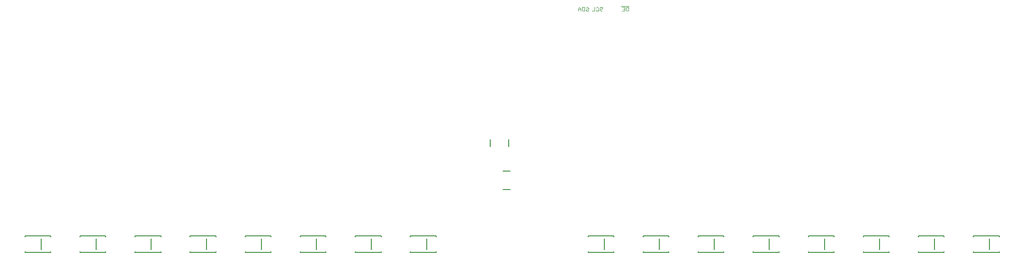
<source format=gbo>
G75*
G70*
%OFA0B0*%
%FSLAX24Y24*%
%IPPOS*%
%LPD*%
%AMOC8*
5,1,8,0,0,1.08239X$1,22.5*
%
%ADD10C,0.0030*%
%ADD11C,0.0080*%
%ADD12C,0.0050*%
D10*
X047041Y021709D02*
X047041Y021889D01*
X047131Y021979D01*
X047221Y021889D01*
X047221Y021709D01*
X047317Y021754D02*
X047317Y021934D01*
X047362Y021979D01*
X047498Y021979D01*
X047498Y021709D01*
X047362Y021709D01*
X047317Y021754D01*
X047221Y021844D02*
X047041Y021844D01*
X047594Y021799D02*
X047594Y021754D01*
X047639Y021709D01*
X047729Y021709D01*
X047774Y021754D01*
X047729Y021844D02*
X047639Y021844D01*
X047594Y021799D01*
X047594Y021934D02*
X047639Y021979D01*
X047729Y021979D01*
X047774Y021934D01*
X047774Y021889D01*
X047729Y021844D01*
X048021Y021709D02*
X048201Y021709D01*
X048201Y021979D01*
X048297Y021934D02*
X048342Y021979D01*
X048432Y021979D01*
X048478Y021934D01*
X048478Y021754D01*
X048432Y021709D01*
X048342Y021709D01*
X048297Y021754D01*
X048574Y021754D02*
X048619Y021709D01*
X048709Y021709D01*
X048754Y021754D01*
X048709Y021844D02*
X048619Y021844D01*
X048574Y021799D01*
X048574Y021754D01*
X048709Y021844D02*
X048754Y021889D01*
X048754Y021934D01*
X048709Y021979D01*
X048619Y021979D01*
X048574Y021934D01*
X050054Y022039D02*
X050606Y022039D01*
X050546Y021979D02*
X050591Y021934D01*
X050591Y021754D01*
X050546Y021709D01*
X050456Y021709D01*
X050411Y021754D01*
X050411Y021934D01*
X050456Y021979D01*
X050546Y021979D01*
X050315Y021979D02*
X050315Y021709D01*
X050135Y021709D01*
X050225Y021844D02*
X050315Y021844D01*
X050315Y021979D02*
X050135Y021979D01*
D11*
X009921Y004694D02*
X008109Y004694D01*
X008109Y004753D01*
X009251Y004871D02*
X009251Y005659D01*
X009921Y005777D02*
X009921Y005836D01*
X008109Y005836D01*
X008109Y005777D01*
X009921Y004753D02*
X009921Y004694D01*
X011984Y004694D02*
X013796Y004694D01*
X013796Y004753D01*
X013126Y004871D02*
X013126Y005659D01*
X013796Y005777D02*
X013796Y005836D01*
X011984Y005836D01*
X011984Y005777D01*
X011984Y004753D02*
X011984Y004694D01*
X015859Y004694D02*
X017671Y004694D01*
X017671Y004753D01*
X017001Y004871D02*
X017001Y005659D01*
X017671Y005777D02*
X017671Y005836D01*
X015859Y005836D01*
X015859Y005777D01*
X015859Y004753D02*
X015859Y004694D01*
X019734Y004694D02*
X021546Y004694D01*
X021546Y004753D01*
X020876Y004871D02*
X020876Y005659D01*
X021546Y005777D02*
X021546Y005836D01*
X019734Y005836D01*
X019734Y005777D01*
X019734Y004753D02*
X019734Y004694D01*
X023609Y004694D02*
X025421Y004694D01*
X025421Y004753D01*
X024751Y004871D02*
X024751Y005659D01*
X025421Y005777D02*
X025421Y005836D01*
X023609Y005836D01*
X023609Y005777D01*
X023609Y004753D02*
X023609Y004694D01*
X027484Y004694D02*
X029296Y004694D01*
X029296Y004753D01*
X028626Y004871D02*
X028626Y005659D01*
X029296Y005777D02*
X029296Y005836D01*
X027484Y005836D01*
X027484Y005777D01*
X027484Y004753D02*
X027484Y004694D01*
X031359Y004694D02*
X033171Y004694D01*
X033171Y004753D01*
X032501Y004871D02*
X032501Y005659D01*
X033171Y005777D02*
X033171Y005836D01*
X031359Y005836D01*
X031359Y005777D01*
X031359Y004753D02*
X031359Y004694D01*
X035234Y004694D02*
X037046Y004694D01*
X037046Y004753D01*
X036376Y004871D02*
X036376Y005659D01*
X037046Y005777D02*
X037046Y005836D01*
X035234Y005836D01*
X035234Y005777D01*
X035234Y004753D02*
X035234Y004694D01*
X047737Y004699D02*
X049548Y004699D01*
X049548Y004758D01*
X048879Y004876D02*
X048879Y005664D01*
X049548Y005782D02*
X049548Y005841D01*
X047737Y005841D01*
X047737Y005782D01*
X047737Y004758D02*
X047737Y004699D01*
X051614Y004694D02*
X053426Y004694D01*
X053426Y004753D01*
X052756Y004871D02*
X052756Y005659D01*
X053426Y005777D02*
X053426Y005836D01*
X051614Y005836D01*
X051614Y005777D01*
X051614Y004753D02*
X051614Y004694D01*
X055487Y004694D02*
X057298Y004694D01*
X057298Y004753D01*
X056629Y004871D02*
X056629Y005659D01*
X057298Y005777D02*
X057298Y005836D01*
X055487Y005836D01*
X055487Y005777D01*
X055487Y004753D02*
X055487Y004694D01*
X059359Y004694D02*
X061171Y004694D01*
X061171Y004753D01*
X060501Y004871D02*
X060501Y005659D01*
X061171Y005777D02*
X061171Y005836D01*
X059359Y005836D01*
X059359Y005777D01*
X059359Y004753D02*
X059359Y004694D01*
X063237Y004694D02*
X065048Y004694D01*
X065048Y004753D01*
X064379Y004871D02*
X064379Y005659D01*
X065048Y005777D02*
X065048Y005836D01*
X063237Y005836D01*
X063237Y005777D01*
X063237Y004753D02*
X063237Y004694D01*
X067114Y004694D02*
X068926Y004694D01*
X068926Y004753D01*
X068256Y004871D02*
X068256Y005659D01*
X068926Y005777D02*
X068926Y005836D01*
X067114Y005836D01*
X067114Y005777D01*
X067114Y004753D02*
X067114Y004694D01*
X070987Y004694D02*
X072798Y004694D01*
X072798Y004753D01*
X072129Y004871D02*
X072129Y005659D01*
X072798Y005777D02*
X072798Y005836D01*
X070987Y005836D01*
X070987Y005777D01*
X070987Y004753D02*
X070987Y004694D01*
X074859Y004694D02*
X076671Y004694D01*
X076671Y004753D01*
X076001Y004871D02*
X076001Y005659D01*
X076671Y005777D02*
X076671Y005836D01*
X074859Y005836D01*
X074859Y005777D01*
X074859Y004753D02*
X074859Y004694D01*
D12*
X042265Y009115D02*
X041765Y009115D01*
X041765Y010415D02*
X042265Y010415D01*
X042165Y012140D02*
X042165Y012640D01*
X040865Y012640D02*
X040865Y012140D01*
M02*

</source>
